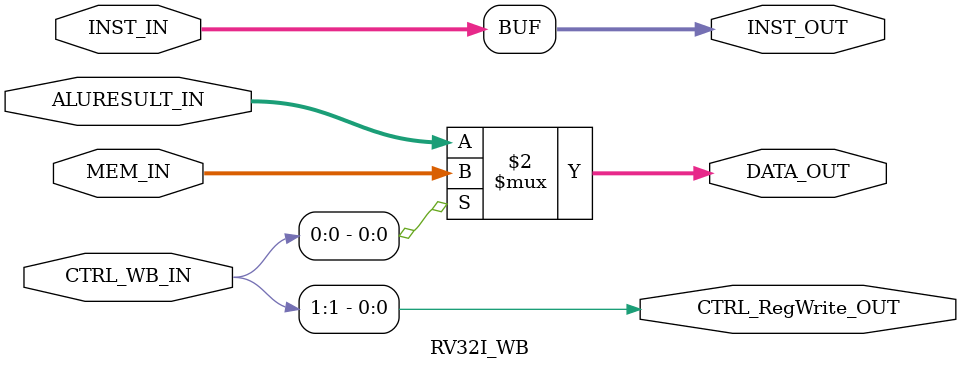
<source format=v>
module RV32I_WB(input wire [1:0] CTRL_WB_IN, input wire [31:0] MEM_IN, input wire [31:0] ALURESULT_IN, input wire [31:0] INST_IN, output wire [0:0] CTRL_RegWrite_OUT, output wire [31:0] INST_OUT, output wire [31:0] DATA_OUT);
	//CTRL_WB_IN = {regwrite, memtoReg}
	assign DATA_OUT = (CTRL_WB_IN[0] == 1) ? MEM_IN : ALURESULT_IN;
	assign CTRL_RegWrite_OUT = CTRL_WB_IN[1];
	assign INST_OUT = INST_IN;
endmodule
</source>
